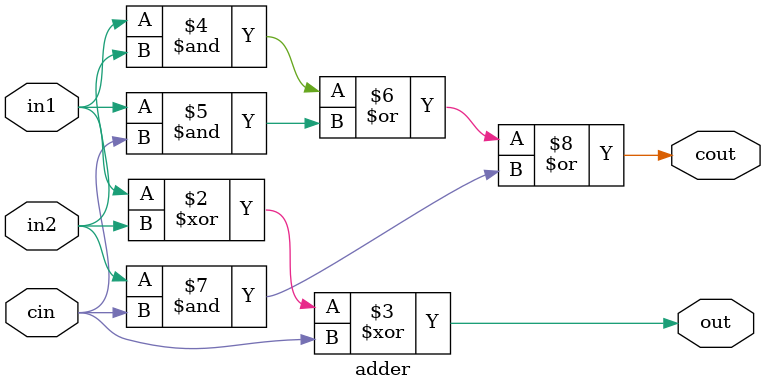
<source format=sv>
module adder (in1, in2, cin, out, cout);
	input wire in1, in2, cin;
	output reg out, cout;
	always@* begin
	 out=in1^in2^cin;
	 cout=in1&in2|in1&cin|in2&cin;
	end
endmodule

</source>
